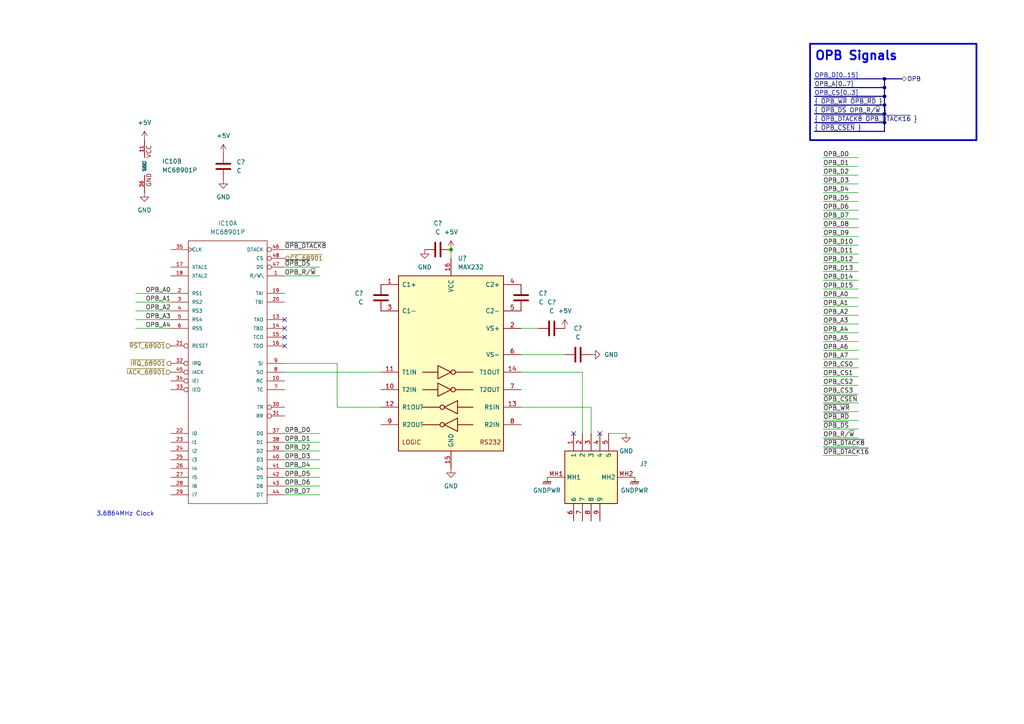
<source format=kicad_sch>
(kicad_sch (version 20230121) (generator eeschema)
  (paper "A4")
  (lib_symbols
    (symbol "5747840-4:5747840-4"
      (property "Reference" "J" (at 21.59 12.7 0))
      (property "Value" "5747840-4" (at 21.59 10.16 0))
      (symbol "5747840-4_1_1"
        (rectangle (start 5.08 7.62) (end 20.32 -7.62) (stroke (width 0.254)) (fill (type background)))
        (pin passive line (at 7.62 12.7 270) (length 5.08) (name "1") (number "1"))
        (pin passive line (at 10.16 12.7 270) (length 5.08) (name "2") (number "2"))
        (pin passive line (at 12.7 12.7 270) (length 5.08) (name "3") (number "3"))
        (pin passive line (at 15.24 12.7 270) (length 5.08) (name "4") (number "4"))
        (pin passive line (at 17.78 12.7 270) (length 5.08) (name "5") (number "5"))
        (pin passive line (at 7.62 -12.7 90) (length 5.08) (name "6") (number "6"))
        (pin passive line (at 10.16 -12.7 90) (length 5.08) (name "7") (number "7"))
        (pin passive line (at 12.7 -12.7 90) (length 5.08) (name "8") (number "8"))
        (pin passive line (at 15.24 -12.7 90) (length 5.08) (name "9") (number "9"))
        (pin passive line (at 0 0 0) (length 5.08) (name "MH1") (number "MH1"))
        (pin passive line (at 25.4 0 180) (length 5.08) (name "MH2") (number "MH2"))
      )
    )
    (symbol "Device:C" (pin_numbers hide) (pin_names (offset 0.254))
      (property "Reference" "C" (at 0.635 2.54 0))
      (property "Value" "C" (at 0.635 -2.54 0))
      (symbol "C_0_1"
        (polyline (pts (xy -2.032 -0.762) (xy 2.032 -0.762)) (stroke (width 0.508)))
        (polyline (pts (xy -2.032 0.762) (xy 2.032 0.762)) (stroke (width 0.508)))
      )
      (symbol "C_1_1"
        (pin passive line (at 0 3.81 270) (length 2.794) (name "~") (number "1"))
        (pin passive line (at 0 -3.81 90) (length 2.794) (name "~") (number "2"))
      )
    )
    (symbol "Interface_UART:MAX232" (pin_names (offset 1.016))
      (property "Reference" "U" (at -2.54 28.575 0))
      (property "Value" "MAX232" (at -2.54 26.67 0))
      (symbol "MAX232_0_0"
        (text "LOGIC" (at -11.43 -22.86 0) (effects (font (size 1.27 1.27))))
        (text "RS232" (at 11.43 -22.86 0) (effects (font (size 1.27 1.27))))
      )
      (symbol "MAX232_0_1"
        (rectangle (start -15.24 -25.4) (end 15.24 25.4) (stroke (width 0.254)) (fill (type background)))
        (circle (center -2.54 -17.78) (radius 0.635) (stroke (width 0.254)))
        (circle (center -2.54 -12.7) (radius 0.635) (stroke (width 0.254)))
        (polyline (pts (xy -3.81 -7.62) (xy -8.255 -7.62)) (stroke (width 0.254)))
        (polyline (pts (xy -3.81 -2.54) (xy -8.255 -2.54)) (stroke (width 0.254)))
        (polyline (pts (xy -3.175 -17.78) (xy -8.255 -17.78)) (stroke (width 0.254)))
        (polyline (pts (xy -3.175 -12.7) (xy -8.255 -12.7)) (stroke (width 0.254)))
        (polyline (pts (xy 1.27 -7.62) (xy 6.35 -7.62)) (stroke (width 0.254)))
        (polyline (pts (xy 1.27 -2.54) (xy 6.35 -2.54)) (stroke (width 0.254)))
        (polyline (pts (xy 1.905 -17.78) (xy 6.35 -17.78)) (stroke (width 0.254)))
        (polyline (pts (xy 1.905 -12.7) (xy 6.35 -12.7)) (stroke (width 0.254)))
        (polyline (pts (xy -3.81 -5.715) (xy -3.81 -9.525) (xy 0 -7.62) (xy -3.81 -5.715)) (stroke (width 0.254)))
        (polyline (pts (xy -3.81 -0.635) (xy -3.81 -4.445) (xy 0 -2.54) (xy -3.81 -0.635)) (stroke (width 0.254)))
        (polyline (pts (xy 1.905 -15.875) (xy 1.905 -19.685) (xy -1.905 -17.78) (xy 1.905 -15.875)) (stroke (width 0.254)))
        (polyline (pts (xy 1.905 -10.795) (xy 1.905 -14.605) (xy -1.905 -12.7) (xy 1.905 -10.795)) (stroke (width 0.254)))
        (circle (center 0.635 -7.62) (radius 0.635) (stroke (width 0.254)))
        (circle (center 0.635 -2.54) (radius 0.635) (stroke (width 0.254)))
      )
      (symbol "MAX232_1_1"
        (pin passive line (at -20.32 22.86 0) (length 5.08) (name "C1+") (number "1"))
        (pin input line (at -20.32 -7.62 0) (length 5.08) (name "T2IN") (number "10"))
        (pin input line (at -20.32 -2.54 0) (length 5.08) (name "T1IN") (number "11"))
        (pin output line (at -20.32 -12.7 0) (length 5.08) (name "R1OUT") (number "12"))
        (pin input line (at 20.32 -12.7 180) (length 5.08) (name "R1IN") (number "13"))
        (pin output line (at 20.32 -2.54 180) (length 5.08) (name "T1OUT") (number "14"))
        (pin power_in line (at 0 -30.48 90) (length 5.08) (name "GND") (number "15"))
        (pin power_in line (at 0 30.48 270) (length 5.08) (name "VCC") (number "16"))
        (pin power_out line (at 20.32 10.16 180) (length 5.08) (name "VS+") (number "2"))
        (pin passive line (at -20.32 15.24 0) (length 5.08) (name "C1-") (number "3"))
        (pin passive line (at 20.32 22.86 180) (length 5.08) (name "C2+") (number "4"))
        (pin passive line (at 20.32 15.24 180) (length 5.08) (name "C2-") (number "5"))
        (pin power_out line (at 20.32 2.54 180) (length 5.08) (name "VS-") (number "6"))
        (pin output line (at 20.32 -7.62 180) (length 5.08) (name "T2OUT") (number "7"))
        (pin input line (at 20.32 -17.78 180) (length 5.08) (name "R2IN") (number "8"))
        (pin output line (at -20.32 -17.78 0) (length 5.08) (name "R2OUT") (number "9"))
      )
    )
    (symbol "micro-mc68000:MC68901P" (pin_names (offset 1.016))
      (property "Reference" "IC" (at -12.7 36.195 0))
      (property "Value" "MC68901P" (at -12.7 -43.18 0))
      (symbol "MC68901P_1_0"
        (polyline (pts (xy -12.7 -40.64) (xy -12.7 35.56)))
        (polyline (pts (xy -12.7 -40.64) (xy 10.16 -40.64)))
        (polyline (pts (xy 10.16 -40.64) (xy 10.16 35.56)))
        (polyline (pts (xy 10.16 35.56) (xy -12.7 35.56)))
      )
      (symbol "MC68901P_1_1"
        (pin input line (at 15.24 25.4 180) (length 5.08) (name "R/W\\") (number "1"))
        (pin input line (at 15.24 -5.08 180) (length 5.08) (name "RC") (number "10"))
        (pin output line (at 15.24 12.7 180) (length 5.08) (name "TAO") (number "13"))
        (pin output line (at 15.24 10.16 180) (length 5.08) (name "TBO") (number "14"))
        (pin output line (at 15.24 7.62 180) (length 5.08) (name "TCO") (number "15"))
        (pin output line (at 15.24 5.08 180) (length 5.08) (name "TDO") (number "16"))
        (pin input line (at -17.78 27.94 0) (length 5.08) (name "XTAL1") (number "17"))
        (pin input line (at -17.78 25.4 0) (length 5.08) (name "XTAL2") (number "18"))
        (pin input line (at 15.24 20.32 180) (length 5.08) (name "TAI") (number "19"))
        (pin input line (at -17.78 20.32 0) (length 5.08) (name "RS1") (number "2"))
        (pin input line (at 15.24 17.78 180) (length 5.08) (name "TBI") (number "20"))
        (pin input inverted (at -17.78 5.08 0) (length 5.08) (name "RESET") (number "21"))
        (pin bidirectional line (at -17.78 -20.32 0) (length 5.08) (name "I0") (number "22"))
        (pin bidirectional line (at -17.78 -22.86 0) (length 5.08) (name "I1") (number "23"))
        (pin bidirectional line (at -17.78 -25.4 0) (length 5.08) (name "I2") (number "24"))
        (pin bidirectional line (at -17.78 -27.94 0) (length 5.08) (name "I3") (number "25"))
        (pin bidirectional line (at -17.78 -30.48 0) (length 5.08) (name "I4") (number "26"))
        (pin bidirectional line (at -17.78 -33.02 0) (length 5.08) (name "I5") (number "27"))
        (pin bidirectional line (at -17.78 -35.56 0) (length 5.08) (name "I6") (number "28"))
        (pin bidirectional line (at -17.78 -38.1 0) (length 5.08) (name "I7") (number "29"))
        (pin input line (at -17.78 17.78 0) (length 5.08) (name "RS2") (number "3"))
        (pin output inverted (at 15.24 -12.7 180) (length 5.08) (name "TR") (number "30"))
        (pin output inverted (at 15.24 -15.24 180) (length 5.08) (name "RR") (number "31"))
        (pin output inverted (at -17.78 0 0) (length 5.08) (name "IRQ") (number "32"))
        (pin output inverted (at -17.78 -7.62 0) (length 5.08) (name "IEO") (number "33"))
        (pin input inverted (at -17.78 -5.08 0) (length 5.08) (name "IEI") (number "34"))
        (pin input clock (at -17.78 33.02 0) (length 5.08) (name "CLK") (number "35"))
        (pin bidirectional line (at 15.24 -20.32 180) (length 5.08) (name "D0") (number "37"))
        (pin bidirectional line (at 15.24 -22.86 180) (length 5.08) (name "D1") (number "38"))
        (pin bidirectional line (at 15.24 -25.4 180) (length 5.08) (name "D2") (number "39"))
        (pin input line (at -17.78 15.24 0) (length 5.08) (name "RS3") (number "4"))
        (pin bidirectional line (at 15.24 -27.94 180) (length 5.08) (name "D3") (number "40"))
        (pin bidirectional line (at 15.24 -30.48 180) (length 5.08) (name "D4") (number "41"))
        (pin bidirectional line (at 15.24 -33.02 180) (length 5.08) (name "D5") (number "42"))
        (pin bidirectional line (at 15.24 -35.56 180) (length 5.08) (name "D6") (number "43"))
        (pin bidirectional line (at 15.24 -38.1 180) (length 5.08) (name "D7") (number "44"))
        (pin input inverted (at -17.78 -2.54 0) (length 5.08) (name "IACK") (number "45"))
        (pin output inverted (at 15.24 33.02 180) (length 5.08) (name "DTACK") (number "46"))
        (pin input inverted (at 15.24 27.94 180) (length 5.08) (name "DS") (number "47"))
        (pin input inverted (at 15.24 30.48 180) (length 5.08) (name "CS") (number "48"))
        (pin input line (at -17.78 12.7 0) (length 5.08) (name "RS4") (number "5"))
        (pin input line (at -17.78 10.16 0) (length 5.08) (name "RS5") (number "6"))
        (pin input line (at 15.24 -7.62 180) (length 5.08) (name "TC") (number "7"))
        (pin output line (at 15.24 -2.54 180) (length 5.08) (name "SO") (number "8"))
        (pin input line (at 15.24 0 180) (length 5.08) (name "SI") (number "9"))
      )
      (symbol "MC68901P_2_0"
        (text "GND" (at 1.27 -3.937 1) (effects (font (size 1.27 1.27))))
        (text "VCC" (at 1.27 4.318 1) (effects (font (size 1.27 1.27))))
      )
      (symbol "MC68901P_2_1"
        (pin power_in line (at 0 7.62 270) (length 5.08) (name "VCC") (number "11"))
        (pin power_in line (at 0 -7.62 90) (length 5.08) (name "GND") (number "36"))
      )
    )
    (symbol "power:+5V" (power) (pin_names (offset 0))
      (property "Value" "+5V" (at 0 3.556 0))
      (symbol "+5V_0_1"
        (polyline (pts (xy -0.762 1.27) (xy 0 2.54)))
        (polyline (pts (xy 0 0) (xy 0 2.54)))
        (polyline (pts (xy 0 2.54) (xy 0.762 1.27)))
      )
      (symbol "+5V_1_1"
        (pin power_in line (at 0 0 90) (length 0) hide (name "+5V") (number "1"))
      )
    )
    (symbol "power:GND" (power) (pin_names (offset 0))
      (property "Value" "GND" (at 0 -3.81 0))
      (symbol "GND_0_1"
        (polyline (pts (xy 0 0) (xy 0 -1.27) (xy 1.27 -1.27) (xy 0 -2.54) (xy -1.27 -1.27) (xy 0 -1.27)))
      )
      (symbol "GND_1_1"
        (pin power_in line (at 0 0 270) (length 0) hide (name "GND") (number "1"))
      )
    )
    (symbol "power:GNDPWR" (power) (pin_names (offset 0))
      (property "Value" "GNDPWR" (at 0 -3.302 0))
      (symbol "GNDPWR_0_1"
        (polyline (pts (xy 0 -1.27) (xy 0 0)))
        (polyline (pts (xy -1.016 -1.27) (xy -1.27 -2.032) (xy -1.27 -2.032)) (stroke (width 0.2032)))
        (polyline (pts (xy -0.508 -1.27) (xy -0.762 -2.032) (xy -0.762 -2.032)) (stroke (width 0.2032)))
        (polyline (pts (xy 0 -1.27) (xy -0.254 -2.032) (xy -0.254 -2.032)) (stroke (width 0.2032)))
        (polyline (pts (xy 0.508 -1.27) (xy 0.254 -2.032) (xy 0.254 -2.032)) (stroke (width 0.2032)))
        (polyline (pts (xy 1.016 -1.27) (xy -1.016 -1.27) (xy -1.016 -1.27)) (stroke (width 0.2032)))
        (polyline (pts (xy 1.016 -1.27) (xy 0.762 -2.032) (xy 0.762 -2.032) (xy 0.762 -2.032)) (stroke (width 0.2032)))
      )
      (symbol "GNDPWR_1_1"
        (pin power_in line (at 0 0 270) (length 0) hide (name "GNDPWR") (number "1"))
      )
    )
  )
  (junction (at 256.54 35.56))
  (junction (at 256.54 25.4))
  (junction (at 256.54 27.94))
  (junction (at 256.54 33.02))
  (junction (at 256.54 30.48))
  (junction (at 256.54 22.86))
  (junction (at 130.81 72.39))
  (no_connect (at 166.37 125.73))
  (no_connect (at 82.55 100.33))
  (no_connect (at 82.55 97.79))
  (no_connect (at 82.55 92.71))
  (no_connect (at 173.99 125.73))
  (no_connect (at 82.55 95.25))
  (wire (pts (xy 248.92 132.08) (xy 238.76 132.08)))
  (wire (pts (xy 171.45 118.11) (xy 171.45 125.73)))
  (wire (pts (xy 151.13 102.87) (xy 163.83 102.87)))
  (bus (pts (xy 256.54 25.4) (xy 256.54 22.86)))
  (wire (pts (xy 248.92 63.5) (xy 238.76 63.5)))
  (bus (pts (xy 256.54 35.56) (xy 256.54 33.02)))
  (wire (pts (xy 248.92 114.3) (xy 238.76 114.3)))
  (wire (pts (xy 151.13 107.95) (xy 168.91 107.95)))
  (wire (pts (xy 248.92 78.74) (xy 238.76 78.74)))
  (wire (pts (xy 248.92 66.04) (xy 238.76 66.04)))
  (wire (pts (xy 248.92 99.06) (xy 238.76 99.06)))
  (wire (pts (xy 39.37 85.09) (xy 49.53 85.09)))
  (bus (pts (xy 256.54 22.86) (xy 261.62 22.86)))
  (wire (pts (xy 176.53 125.73) (xy 181.61 125.73)))
  (wire (pts (xy 248.92 111.76) (xy 238.76 111.76)))
  (wire (pts (xy 248.92 91.44) (xy 238.76 91.44)))
  (wire (pts (xy 248.92 86.36) (xy 238.76 86.36)))
  (bus (pts (xy 236.22 22.86) (xy 256.54 22.86)))
  (bus (pts (xy 236.22 27.94) (xy 256.54 27.94)))
  (wire (pts (xy 39.37 87.63) (xy 49.53 87.63)))
  (wire (pts (xy 248.92 93.98) (xy 238.76 93.98)))
  (wire (pts (xy 248.92 104.14) (xy 238.76 104.14)))
  (wire (pts (xy 248.92 68.58) (xy 238.76 68.58)))
  (wire (pts (xy 248.92 127) (xy 238.76 127)))
  (wire (pts (xy 248.92 83.82) (xy 238.76 83.82)))
  (wire (pts (xy 92.71 125.73) (xy 82.55 125.73)))
  (wire (pts (xy 82.55 107.95) (xy 110.49 107.95)))
  (wire (pts (xy 248.92 71.12) (xy 238.76 71.12)))
  (wire (pts (xy 82.55 105.41) (xy 97.79 105.41)))
  (wire (pts (xy 92.71 80.01) (xy 82.55 80.01)))
  (wire (pts (xy 248.92 121.92) (xy 238.76 121.92)))
  (wire (pts (xy 168.91 107.95) (xy 168.91 125.73)))
  (wire (pts (xy 92.71 128.27) (xy 82.55 128.27)))
  (wire (pts (xy 248.92 119.38) (xy 238.76 119.38)))
  (wire (pts (xy 248.92 88.9) (xy 238.76 88.9)))
  (wire (pts (xy 248.92 106.68) (xy 238.76 106.68)))
  (wire (pts (xy 248.92 45.72) (xy 238.76 45.72)))
  (wire (pts (xy 248.92 50.8) (xy 238.76 50.8)))
  (wire (pts (xy 248.92 48.26) (xy 238.76 48.26)))
  (wire (pts (xy 130.81 72.39) (xy 130.81 74.93)))
  (bus (pts (xy 256.54 30.48) (xy 256.54 27.94)))
  (wire (pts (xy 97.79 105.41) (xy 97.79 118.11)))
  (wire (pts (xy 248.92 53.34) (xy 238.76 53.34)))
  (bus (pts (xy 236.22 30.48) (xy 256.54 30.48)))
  (wire (pts (xy 248.92 116.84) (xy 238.76 116.84)))
  (bus (pts (xy 236.22 25.4) (xy 256.54 25.4)))
  (bus (pts (xy 256.54 27.94) (xy 256.54 25.4)))
  (bus (pts (xy 236.22 33.02) (xy 256.54 33.02)))
  (bus (pts (xy 236.22 38.1) (xy 256.54 38.1)))
  (bus (pts (xy 236.22 35.56) (xy 256.54 35.56)))
  (wire (pts (xy 248.92 60.96) (xy 238.76 60.96)))
  (wire (pts (xy 248.92 58.42) (xy 238.76 58.42)))
  (wire (pts (xy 248.92 76.2) (xy 238.76 76.2)))
  (wire (pts (xy 248.92 101.6) (xy 238.76 101.6)))
  (bus (pts (xy 256.54 33.02) (xy 256.54 30.48)))
  (wire (pts (xy 248.92 73.66) (xy 238.76 73.66)))
  (wire (pts (xy 248.92 109.22) (xy 238.76 109.22)))
  (wire (pts (xy 92.71 130.81) (xy 82.55 130.81)))
  (wire (pts (xy 151.13 118.11) (xy 171.45 118.11)))
  (wire (pts (xy 248.92 55.88) (xy 238.76 55.88)))
  (wire (pts (xy 248.92 129.54) (xy 238.76 129.54)))
  (wire (pts (xy 151.13 95.25) (xy 156.21 95.25)))
  (wire (pts (xy 248.92 124.46) (xy 238.76 124.46)))
  (wire (pts (xy 92.71 138.43) (xy 82.55 138.43)))
  (bus (pts (xy 256.54 38.1) (xy 256.54 35.56)))
  (wire (pts (xy 97.79 118.11) (xy 110.49 118.11)))
  (wire (pts (xy 92.71 133.35) (xy 82.55 133.35)))
  (wire (pts (xy 92.71 140.97) (xy 82.55 140.97)))
  (wire (pts (xy 92.71 143.51) (xy 82.55 143.51)))
  (wire (pts (xy 39.37 95.25) (xy 49.53 95.25)))
  (wire (pts (xy 248.92 81.28) (xy 238.76 81.28)))
  (wire (pts (xy 92.71 72.39) (xy 82.55 72.39)))
  (wire (pts (xy 248.92 96.52) (xy 238.76 96.52)))
  (wire (pts (xy 39.37 90.17) (xy 49.53 90.17)))
  (wire (pts (xy 92.71 77.47) (xy 82.55 77.47)))
  (wire (pts (xy 92.71 135.89) (xy 82.55 135.89)))
  (wire (pts (xy 39.37 92.71) (xy 49.53 92.71)))
  (rectangle (start 234.95 12.7) (end 283.21 40.64) (stroke (width 0.508)))
  (text "3.6864MHz Clock" (at 27.94 149.86 0) (effects (font (size 1.27 1.27)) (justify left bottom)))
  (text "OPB Signals" (at 236.22 17.78 0) (effects (font (size 2.54 2.54) (thickness 0.508) bold) (justify left bottom)))
  (label "OPB_D1" (at 82.55 128.27 0))
  (label "OPB_D7" (at 238.76 63.5 0))
  (label "OPB_A1" (at 238.76 88.9 0))
  (label "OPB_R{slash}~{W}" (at 238.76 127 0))
  (label "OPB_D10" (at 238.76 71.12 0))
  (label "OPB_A3" (at 238.76 93.98 0))
  (label "OPB_D5" (at 238.76 58.42 0))
  (label "OPB_A4" (at 238.76 96.52 0))
  (label "OPB_A2" (at 49.53 90.17 180))
  (label "OPB_D11" (at 238.76 73.66 0))
  (label "OPB_A6" (at 238.76 101.6 0))
  (label "OPB_CS3" (at 238.76 114.3 0))
  (label "~{OPB_DTACK16}" (at 238.76 132.08 0))
  (label "OPB_D3" (at 238.76 53.34 0))
  (label "OPB_D13" (at 238.76 78.74 0))
  (label "{ ~{OPB_CSEN} }" (at 236.22 38.1 0))
  (label "OPB_D0" (at 238.76 45.72 0))
  (label "OPB_D9" (at 238.76 68.58 0))
  (label "OPB_D6" (at 82.55 140.97 0))
  (label "OPB_D15" (at 238.76 83.82 0))
  (label "OPB_A4" (at 49.53 95.25 180))
  (label "OPB_A[0..7]" (at 236.22 25.4 0))
  (label "{ ~{OPB_DTACK8} ~{OPB_DTACK16} }" (at 236.22 35.56 0))
  (label "OPB_A3" (at 49.53 92.71 180))
  (label "OPB_A7" (at 238.76 104.14 0))
  (label "OPB_D5" (at 82.55 138.43 0))
  (label "OPB_R{slash}~{W}" (at 82.55 80.01 0))
  (label "OPB_D2" (at 82.55 130.81 0))
  (label "OPB_A2" (at 238.76 91.44 0))
  (label "OPB_D0" (at 82.55 125.73 0))
  (label "OPB_D1" (at 238.76 48.26 0))
  (label "OPB_D12" (at 238.76 76.2 0))
  (label "OPB_D14" (at 238.76 81.28 0))
  (label "OPB_A0" (at 49.53 85.09 180))
  (label "~{OPB_DS}" (at 238.76 124.46 0))
  (label "~{OPB_DS}" (at 82.55 77.47 0))
  (label "OPB_D4" (at 238.76 55.88 0))
  (label "OPB_D[0..15]" (at 236.22 22.86 0))
  (label "OPB_D2" (at 238.76 50.8 0))
  (label "~{OPB_RD}" (at 238.76 121.92 0))
  (label "~{OPB_DTACK8}" (at 82.55 72.39 0))
  (label "{ ~{OPB_WR} ~{OPB_RD} }" (at 236.22 30.48 0))
  (label "~{OPB_CSEN}" (at 238.76 116.84 0))
  (label "OPB_D7" (at 82.55 143.51 0))
  (label "OPB_D3" (at 82.55 133.35 0))
  (label "~{OPB_WR}" (at 238.76 119.38 0))
  (label "OPB_A0" (at 238.76 86.36 0))
  (label "OPB_D4" (at 82.55 135.89 0))
  (label "~{OPB_DTACK8}" (at 238.76 129.54 0))
  (label "OPB_D8" (at 238.76 66.04 0))
  (label "OPB_D6" (at 238.76 60.96 0))
  (label "OPB_A5" (at 238.76 99.06 0))
  (label "OPB_CS2" (at 238.76 111.76 0))
  (label "{ ~{OPB_DS} OPB_R{slash}~{W} }" (at 236.22 33.02 0))
  (label "OPB_CS[0..3]" (at 236.22 27.94 0))
  (label "OPB_CS1" (at 238.76 109.22 0))
  (label "OPB_A1" (at 49.53 87.63 180))
  (label "OPB_CS0" (at 238.76 106.68 0))
  (hierarchical_label "~{CS_68901}" (shape input) (at 82.55 74.93 0))
  (hierarchical_label "OPB" (shape bidirectional) (at 261.62 22.86 0))
  (hierarchical_label "~{IRQ_68901}" (shape output) (at 49.53 105.41 180))
  (hierarchical_label "~{IACK_68901}" (shape input) (at 49.53 107.95 180))
  (hierarchical_label "~{RST_68901}" (shape input) (at 49.53 100.33 180))
  (symbol (lib_id "Device:C") (at 167.64 102.87 90) (mirror x) (unit 1)
    (property "Reference" "C?" (at 167.64 95.25 90))
    (property "Value" "C" (at 167.64 97.79 90))
    (property "Footprint" "Capacitor_SMD:C_0603_1608Metric_Pad1.08x0.95mm_HandSolder" (effects hide))
    (instances (project "m68k-hbc" (path "" (reference "C?") (unit 1)) (path "" (reference "C173") (unit 1))))
  )
  (symbol (lib_id "micro-mc68000:MC68901P") (at 67.31 105.41 0) (unit 1)
    (property "Reference" "IC10" (at 66.04 64.77 0))
    (property "Value" "MC68901P" (at 66.04 67.31 0))
    (property "Footprint" "Package_DIP:DIP-48_W15.24mm" (effects hide))
  )
  (symbol (lib_id "power:+5V") (at 41.91 40.64 0) (unit 1)
    (property "Reference" "#PWR0329" (effects hide))
    (property "Value" "+5V" (at 41.91 35.56 0))
  )
  (symbol (lib_id "power:GND") (at 64.77 52.07 0) (unit 1)
    (property "Reference" "#PWR0331" (effects hide))
    (property "Value" "GND" (at 64.77 57.15 0))
  )
  (symbol (lib_id "power:GND") (at 171.45 102.87 90) (unit 1)
    (property "Reference" "#PWR?" (effects hide))
    (property "Value" "GND" (at 175.26 102.87 90) (effects (justify right)))
    (instances (project "m68k-hbc" (path "" (reference "#PWR?") (unit 1)) (path "" (reference "#PWR0336") (unit 1))))
  )
  (symbol (lib_id "5747840-4:5747840-4") (at 158.75 138.43 0) (unit 1)
    (property "Reference" "J?" (at 186.69 134.5439 0))
    (property "Value" "5747840-4" (effects hide))
    (property "Footprint" "57478404" (effects hide))
    (property "Datasheet" "http://www.te.com/commerce/DocumentDelivery/DDEController?Action=srchrtrv&DocNm=82068_AMPLIMITE_Right-Angle_Posted_Conn&DocType=Catalog+Section&DocLang=English&PartCntxt=" (effects hide))
    (property "Height" "12.93" (effects hide))
    (property "Mouser Part Number" "571-5747840-4" (effects hide))
    (property "Mouser Price/Stock" "https://www.mouser.co.uk/ProductDetail/TE-Connectivity/5747840-4?qs=x6EjVpvqMVP9KXD3S9b%252Bdw%3D%3D" (effects hide))
    (property "Manufacturer_Name" "TE Connectivity" (effects hide))
    (property "Manufacturer_Part_Number" "5747840-4" (effects hide))
    (instances (project "m68k-hbc" (path "" (reference "J?") (unit 1)) (path "" (reference "J22") (unit 1))))
  )
  (symbol (lib_id "micro-mc68000:MC68901P") (at 41.91 48.26 0) (unit 2)
    (property "Reference" "IC10" (at 46.99 46.7996 0) (effects (justify left)))
    (property "Value" "MC68901P" (at 46.99 49.3396 0) (effects (justify left)))
    (property "Footprint" "Package_DIP:DIP-48_W15.24mm" (effects hide))
  )
  (symbol (lib_id "power:GND") (at 123.19 72.39 0) (unit 1)
    (property "Reference" "#PWR?" (effects hide))
    (property "Value" "GND" (at 123.19 77.47 0))
    (instances (project "m68k-hbc" (path "" (reference "#PWR?") (unit 1)) (path "" (reference "#PWR0333") (unit 1))))
  )
  (symbol (lib_id "Device:C") (at 64.77 48.26 0) (unit 1)
    (property "Reference" "C?" (at 68.58 46.99 0) (effects (justify left)))
    (property "Value" "C" (at 68.58 49.53 0) (effects (justify left)))
    (property "Footprint" "Capacitor_SMD:C_0603_1608Metric_Pad1.08x0.95mm_HandSolder" (effects hide))
    (instances (project "m68k-hbc" (path "" (reference "C?") (unit 1)) (path "" (reference "C168") (unit 1))))
  )
  (symbol (lib_id "power:+5V") (at 64.77 44.45 0) (unit 1)
    (property "Reference" "#PWR0330" (effects hide))
    (property "Value" "+5V" (at 64.77 39.37 0))
  )
  (symbol (lib_id "power:GND") (at 41.91 55.88 0) (unit 1)
    (property "Reference" "#PWR0332" (effects hide))
    (property "Value" "GND" (at 41.91 60.96 0))
  )
  (symbol (lib_id "power:GND") (at 130.81 135.89 0) (unit 1)
    (property "Reference" "#PWR?" (effects hide))
    (property "Value" "GND" (at 130.81 140.97 0))
    (instances (project "m68k-hbc" (path "" (reference "#PWR?") (unit 1)) (path "" (reference "#PWR0338") (unit 1))))
  )
  (symbol (lib_id "Device:C") (at 127 72.39 270) (unit 1)
    (property "Reference" "C?" (at 127 64.77 90))
    (property "Value" "C" (at 127 67.31 90))
    (property "Footprint" "Capacitor_SMD:C_0603_1608Metric_Pad1.08x0.95mm_HandSolder" (effects hide))
    (instances (project "m68k-hbc" (path "" (reference "C?") (unit 1)) (path "" (reference "C169") (unit 1))))
  )
  (symbol (lib_id "power:GND") (at 181.61 125.73 0) (unit 1)
    (property "Reference" "#PWR?" (effects hide))
    (property "Value" "GND" (at 181.61 130.81 0))
    (instances (project "m68k-hbc" (path "" (reference "#PWR?") (unit 1)) (path "" (reference "#PWR0337") (unit 1))))
  )
  (symbol (lib_id "Device:C") (at 160.02 95.25 270) (unit 1)
    (property "Reference" "C?" (at 160.02 87.63 90))
    (property "Value" "C" (at 160.02 90.17 90))
    (property "Footprint" "Capacitor_SMD:C_0603_1608Metric_Pad1.08x0.95mm_HandSolder" (effects hide))
    (instances (project "m68k-hbc" (path "" (reference "C?") (unit 1)) (path "" (reference "C172") (unit 1))))
  )
  (symbol (lib_id "power:+5V") (at 130.81 72.39 0) (unit 1)
    (property "Reference" "#PWR?" (effects hide))
    (property "Value" "+5V" (at 130.81 67.31 0))
    (instances (project "m68k-hbc" (path "" (reference "#PWR?") (unit 1)) (path "" (reference "#PWR0334") (unit 1))))
  )
  (symbol (lib_id "Device:C") (at 151.13 86.36 0) (unit 1)
    (property "Reference" "C?" (at 156.21 85.09 0) (effects (justify left)))
    (property "Value" "C" (at 156.21 87.63 0) (effects (justify left)))
    (property "Footprint" "Capacitor_SMD:C_0603_1608Metric_Pad1.08x0.95mm_HandSolder" (effects hide))
    (instances (project "m68k-hbc" (path "" (reference "C?") (unit 1)) (path "" (reference "C171") (unit 1))))
  )
  (symbol (lib_id "Device:C") (at 110.49 86.36 0) (mirror y) (unit 1)
    (property "Reference" "C?" (at 105.41 85.09 0) (effects (justify left)))
    (property "Value" "C" (at 105.41 87.63 0) (effects (justify left)))
    (property "Footprint" "Capacitor_SMD:C_0603_1608Metric_Pad1.08x0.95mm_HandSolder" (effects hide))
    (instances (project "m68k-hbc" (path "" (reference "C?") (unit 1)) (path "" (reference "C170") (unit 1))))
  )
  (symbol (lib_id "power:+5V") (at 163.83 95.25 0) (unit 1)
    (property "Reference" "#PWR?" (effects hide))
    (property "Value" "+5V" (at 163.83 90.17 0))
    (instances (project "m68k-hbc" (path "" (reference "#PWR?") (unit 1)) (path "" (reference "#PWR0335") (unit 1))))
  )
  (symbol (lib_id "power:GNDPWR") (at 158.75 138.43 0) (unit 1)
    (property "Reference" "#PWR?" (effects hide))
    (property "Value" "GNDPWR" (at 158.623 142.24 0))
    (instances (project "m68k-hbc" (path "" (reference "#PWR?") (unit 1)) (path "" (reference "#PWR0339") (unit 1))))
  )
  (symbol (lib_id "power:GNDPWR") (at 184.15 138.43 0) (unit 1)
    (property "Reference" "#PWR?" (effects hide))
    (property "Value" "GNDPWR" (at 184.023 142.24 0))
    (instances (project "m68k-hbc" (path "" (reference "#PWR?") (unit 1)) (path "" (reference "#PWR0340") (unit 1))))
  )
  (symbol (lib_id "Interface_UART:MAX232") (at 130.81 105.41 0) (unit 1)
    (property "Reference" "U?" (at 132.7659 74.93 0) (effects (justify left)))
    (property "Value" "MAX232" (at 132.7659 77.47 0) (effects (justify left)))
    (property "Footprint" "Package_DIP:DIP-16_W7.62mm_Socket" (effects hide))
    (property "Datasheet" "http://www.ti.com/lit/ds/symlink/max232.pdf" (effects hide))
    (instances (project "m68k-hbc" (path "" (reference "U?") (unit 1)) (path "" (reference "U42") (unit 1))))
  )
)
</source>
